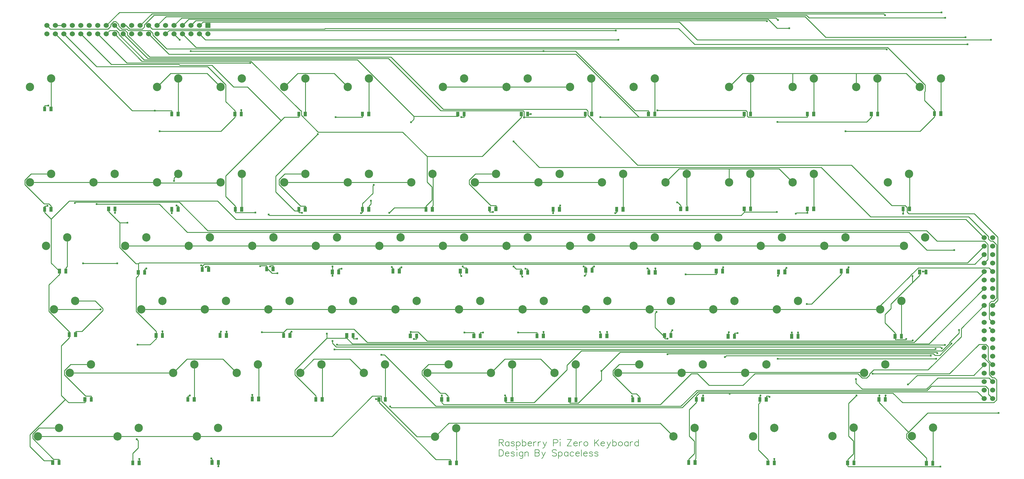
<source format=gtl>
G04 Layer: TopLayer*
G04 EasyEDA v6.3.22, 2020-04-05T15:57:41+08:00*
G04 26a83e50978f4d2e98ee8e0c0de4659f,084ec32517fd449a9a4c349b315ac0e1,10*
G04 Gerber Generator version 0.2*
G04 Scale: 100 percent, Rotated: No, Reflected: No *
G04 Dimensions in inches *
G04 leading zeros omitted , absolute positions ,2 integer and 4 decimal *
%FSLAX24Y24*%
%MOIN*%
G90*
G70D02*

%ADD10C,0.010000*%
%ADD11C,0.008000*%
%ADD12C,0.024000*%
%ADD13C,0.098400*%
%ADD14C,0.060000*%
%ADD15R,0.060000X0.060000*%

%LPD*%
G54D10*
G01X114909Y10101D02*
G01X114104Y10905D01*
G01X81139Y10905D01*
G01X79260Y9026D01*
G01X44938Y9026D01*
G01X44809Y9155D01*
G01X115909Y10101D02*
G01X115409Y10601D01*
G01X115409Y11228D01*
G01X115071Y11565D01*
G01X108675Y11565D01*
G01X108176Y11067D01*
G01X80992Y11067D01*
G01X79113Y9188D01*
G01X50192Y9188D01*
G01X44129Y15251D01*
G01X43772Y15251D01*
G01X71715Y52451D02*
G01X23009Y52451D01*
G01X22309Y53151D01*
G01X90533Y14794D02*
G01X109239Y14794D01*
G01X115711Y52451D02*
G01X81048Y52451D01*
G01X78938Y54561D01*
G01X22719Y54561D01*
G01X22309Y54151D01*
G01X108606Y15167D02*
G01X84454Y15167D01*
G01X84285Y15000D01*
G01X89252Y54648D02*
G01X89177Y54723D01*
G01X21881Y54723D01*
G01X21309Y54151D01*
G01X115909Y12101D02*
G01X115472Y12538D01*
G01X109418Y12538D01*
G01X108109Y11228D01*
G01X100488Y11228D01*
G01X99773Y11942D01*
G01X99773Y12396D01*
G01X19309Y54151D02*
G01X20205Y55046D01*
G01X90335Y55046D01*
G01X90577Y54805D01*
G01X101718Y13032D02*
G01X110813Y13032D01*
G01X114293Y16511D01*
G01X115085Y16511D01*
G01X115352Y16244D01*
G01X115352Y14657D01*
G01X115909Y14101D01*
G01X37992Y16909D02*
G01X37992Y16640D01*
G01X38427Y16205D01*
G01X109735Y16205D01*
G01X109896Y16044D01*
G01X38534Y16450D02*
G01X38564Y16419D01*
G01X110254Y16419D01*
G01X17309Y54151D02*
G01X18365Y55207D01*
G01X93773Y55207D01*
G01X96206Y52776D01*
G01X112684Y52776D01*
G01X16309Y54151D02*
G01X16734Y53726D01*
G01X37052Y53726D01*
G01X37140Y53813D01*
G01X78838Y53813D01*
G01X80717Y51934D01*
G01X112927Y51934D01*
G01X115909Y18101D02*
G01X115563Y18446D01*
G01X15309Y54151D02*
G01X16688Y55530D01*
G01X103050Y55530D01*
G01X103205Y55375D01*
G01X38221Y15913D02*
G01X109118Y15913D01*
G01X109156Y15951D01*
G01X115909Y19101D02*
G01X115497Y19511D01*
G01X115497Y21348D01*
G01X115751Y21601D01*
G01X116002Y21601D01*
G01X116351Y21948D01*
G01X116351Y28278D01*
G01X115939Y28690D01*
G01X115661Y28690D01*
G01X115409Y28942D01*
G01X115409Y29227D01*
G01X113076Y31561D01*
G01X101514Y31561D01*
G01X95667Y37407D01*
G01X62402Y37407D01*
G01X59359Y40451D01*
G01X13309Y54151D02*
G01X13647Y54151D01*
G01X14059Y53740D01*
G01X15563Y53740D01*
G01X15809Y53986D01*
G01X15809Y54232D01*
G01X16944Y55369D01*
G01X93921Y55369D01*
G01X94236Y55053D01*
G01X110289Y55053D01*
G01X12309Y54151D02*
G01X12897Y53561D01*
G01X13556Y53561D01*
G01X13809Y53309D01*
G01X13809Y53038D01*
G01X16418Y50430D01*
G01X44893Y50430D01*
G01X51075Y44248D01*
G01X67930Y44248D01*
G01X68119Y44057D01*
G01X68119Y43548D01*
G01X74010Y37659D01*
G01X99225Y37659D01*
G01X103997Y32886D01*
G01X105555Y32886D01*
G01X105786Y32655D01*
G01X105786Y32144D01*
G01X105989Y31942D01*
G01X113718Y31942D01*
G01X116511Y29148D01*
G01X116511Y21703D01*
G01X115909Y21101D01*
G01X11309Y54151D02*
G01X12863Y55705D01*
G01X109867Y55705D01*
G01X10159Y33048D02*
G01X17559Y33048D01*
G01X20867Y29740D01*
G01X106022Y29740D01*
G01X108117Y27646D01*
G01X111364Y27646D01*
G01X114909Y26101D02*
G01X115340Y26532D01*
G01X115340Y28307D01*
G01X114964Y28684D01*
G01X109347Y28684D01*
G01X108093Y29940D01*
G01X23264Y29940D01*
G01X19919Y33284D01*
G01X7664Y33284D01*
G01X7585Y33205D01*
G01X103409Y51330D02*
G01X103348Y51390D01*
G01X18448Y51390D01*
G01X16809Y53030D01*
G01X16809Y53232D01*
G01X16464Y53579D01*
G01X13911Y53579D01*
G01X13751Y53740D01*
G01X13131Y53740D01*
G01X12752Y54119D01*
G01X12752Y54288D01*
G01X12414Y54627D01*
G01X12193Y54627D01*
G01X11835Y54269D01*
G01X11835Y54055D01*
G01X11502Y53723D01*
G01X4735Y53723D01*
G01X4309Y54151D01*
G01X61034Y43701D02*
G01X61405Y43701D01*
G01X76034Y44086D02*
G01X76047Y44100D01*
G01X76047Y47888D01*
G01X76034Y43701D02*
G01X76034Y44086D01*
G01X109784Y44136D02*
G01X109797Y44150D01*
G01X109797Y47888D01*
G01X109784Y43751D02*
G01X109784Y44136D01*
G01X102334Y43701D02*
G01X102334Y47851D01*
G01X102297Y47888D01*
G01X94784Y44086D02*
G01X94797Y44100D01*
G01X94797Y47888D01*
G01X94784Y43701D02*
G01X94784Y44086D01*
G01X87334Y43701D02*
G01X87334Y47851D01*
G01X87297Y47888D01*
G01X68584Y43701D02*
G01X68584Y47851D01*
G01X68547Y47888D01*
G01X53534Y43701D02*
G01X53534Y43315D01*
G01X53534Y43315D02*
G01X53214Y43315D01*
G01X42284Y44086D02*
G01X42297Y44100D01*
G01X42297Y47888D01*
G01X42284Y43701D02*
G01X42284Y44086D01*
G01X34784Y44086D02*
G01X34797Y44100D01*
G01X34797Y47888D01*
G01X34784Y43701D02*
G01X34784Y44086D01*
G01X27234Y43701D02*
G01X27234Y44161D01*
G01X19784Y43701D02*
G01X19784Y47875D01*
G01X19797Y47888D01*
G01X4784Y44686D02*
G01X4797Y44700D01*
G01X4797Y47888D01*
G01X4784Y44301D02*
G01X4784Y44686D01*
G01X5147Y20638D02*
G01X10623Y20638D01*
G01X13547Y28138D02*
G01X21047Y28138D01*
G01X21047Y28138D02*
G01X28547Y28138D01*
G01X28547Y28138D02*
G01X36047Y28138D01*
G01X36047Y28138D02*
G01X43547Y28138D01*
G01X43547Y28138D02*
G01X51047Y28138D01*
G01X51047Y28138D02*
G01X58547Y28138D01*
G01X58547Y28138D02*
G01X66047Y28138D01*
G01X66047Y28138D02*
G01X73547Y28138D01*
G01X73547Y28138D02*
G01X81047Y28138D01*
G01X81047Y28138D02*
G01X88547Y28138D01*
G01X88547Y28138D02*
G01X96047Y28138D01*
G01X96047Y28138D02*
G01X105447Y28138D01*
G01X3246Y5638D02*
G01X12647Y5638D01*
G01X12647Y5638D02*
G01X21997Y5638D01*
G01X21997Y5638D02*
G01X37961Y5638D01*
G01X42710Y10386D01*
G01X43740Y10386D01*
G01X43769Y10357D01*
G01X43769Y9801D01*
G01X47969Y5601D01*
G01X50109Y5601D01*
G01X78247Y5638D02*
G01X76672Y7211D01*
G01X51719Y7211D01*
G01X50109Y5601D01*
G01X52634Y2501D02*
G01X52634Y6576D01*
G01X52609Y6601D01*
G01X15447Y20638D02*
G01X22947Y20638D01*
G01X22947Y20638D02*
G01X30447Y20638D01*
G01X30447Y20638D02*
G01X37947Y20638D01*
G01X37947Y20638D02*
G01X45447Y20638D01*
G01X45447Y20638D02*
G01X52947Y20638D01*
G01X52947Y20638D02*
G01X60447Y20638D01*
G01X60447Y20638D02*
G01X67947Y20638D01*
G01X67947Y20638D02*
G01X75447Y20638D01*
G01X75447Y20638D02*
G01X82947Y20638D01*
G01X82947Y20638D02*
G01X90447Y20638D01*
G01X102647Y20638D02*
G01X90447Y20638D01*
G01X8571Y26051D02*
G01X12597Y26051D01*
G01X102647Y20638D02*
G01X102647Y21050D01*
G01X106188Y24590D01*
G01X106188Y24646D01*
G01X106322Y24782D01*
G01X106379Y24782D01*
G01X107133Y25536D01*
G01X115473Y25536D01*
G01X115909Y25101D01*
G01X6309Y54151D02*
G01X5309Y54151D01*
G01X99797Y48500D02*
G01X99797Y46888D01*
G01X107297Y46888D02*
G01X105685Y48500D01*
G01X99797Y48500D01*
G01X92297Y48500D02*
G01X92297Y46888D01*
G01X99797Y48500D02*
G01X92297Y48500D01*
G01X92297Y48500D02*
G01X86409Y48500D01*
G01X84797Y46888D01*
G01X51047Y46888D02*
G01X58547Y46888D01*
G01X39797Y46888D02*
G01X38193Y48490D01*
G01X33900Y48490D01*
G01X32297Y46888D01*
G01X2296Y35638D02*
G01X9797Y35638D01*
G01X9797Y35638D02*
G01X17297Y35638D01*
G01X32297Y35638D02*
G01X39797Y35638D01*
G01X39797Y35638D02*
G01X47297Y35638D01*
G01X54797Y35638D02*
G01X62297Y35638D01*
G01X69797Y35638D02*
G01X62297Y35638D01*
G01X84797Y35638D02*
G01X84797Y37246D01*
G01X77297Y35638D02*
G01X78905Y37246D01*
G01X84797Y37246D01*
G01X84797Y37246D02*
G01X90689Y37246D01*
G01X92297Y35638D01*
G01X24797Y46888D02*
G01X23193Y48490D01*
G01X18900Y48490D01*
G01X17297Y46888D01*
G01X58547Y46888D02*
G01X66047Y46888D01*
G01X24797Y35638D02*
G01X24728Y35569D01*
G01X17364Y35569D01*
G01X17297Y35638D01*
G01X12334Y32030D02*
G01X12334Y32501D01*
G01X19797Y36638D02*
G01X19305Y36146D01*
G01X19305Y35801D01*
G01X19784Y32451D02*
G01X19784Y32836D01*
G01X19602Y32907D02*
G01X19673Y32836D01*
G01X19784Y32836D01*
G01X7647Y21638D02*
G01X9986Y21638D01*
G01X10889Y20734D01*
G01X10889Y20486D01*
G01X8439Y18036D01*
G01X7684Y18036D01*
G01X7684Y17651D02*
G01X7684Y18036D01*
G01X9497Y14138D02*
G01X7105Y14138D01*
G01X6365Y13398D01*
G01X6365Y12898D01*
G01X8877Y10386D01*
G01X9534Y10386D01*
G01X9534Y10001D02*
G01X9534Y10386D01*
G01X15834Y25001D02*
G01X15834Y25386D01*
G01X16035Y25465D02*
G01X15956Y25386D01*
G01X15834Y25386D01*
G01X17934Y18015D02*
G01X17934Y17551D01*
G01X23384Y25736D02*
G01X23125Y25736D01*
G01X23027Y25638D01*
G01X23384Y25351D02*
G01X23384Y25736D01*
G01X25484Y18011D02*
G01X25484Y17551D01*
G01X21684Y10386D02*
G01X21697Y10400D01*
G01X21697Y14138D01*
G01X21684Y10001D02*
G01X21684Y10386D01*
G01X42284Y32451D02*
G01X42284Y32836D01*
G01X42521Y33480D02*
G01X42521Y33073D01*
G01X42284Y32836D01*
G01X45884Y25151D02*
G01X45884Y25536D01*
G01X46147Y25605D02*
G01X46077Y25536D01*
G01X45884Y25536D01*
G01X47934Y17501D02*
G01X47934Y17115D01*
G01X47934Y17115D02*
G01X47598Y17115D01*
G01X44234Y10001D02*
G01X44234Y14101D01*
G01X44197Y14138D01*
G01X51884Y2501D02*
G01X51884Y2886D01*
G01X43484Y10001D02*
G01X43484Y9615D01*
G01X45134Y25151D02*
G01X45134Y25536D01*
G01X44981Y25617D02*
G01X45063Y25536D01*
G01X45134Y25536D01*
G01X41534Y32065D02*
G01X41446Y32065D01*
G01X41373Y31992D01*
G01X47223Y17973D02*
G01X47184Y17932D01*
G01X47184Y17501D01*
G01X51884Y2886D02*
G01X50211Y2886D01*
G01X43484Y9615D01*
G01X52784Y43701D02*
G01X52784Y43423D01*
G01X43484Y10001D02*
G01X43467Y10017D01*
G01X43126Y10017D01*
G01X47223Y17973D02*
G01X48085Y17973D01*
G01X49156Y16903D01*
G01X106398Y16903D01*
G01X106468Y16973D01*
G01X41534Y32298D02*
G01X41534Y32065D01*
G01X41534Y32298D02*
G01X41534Y32451D01*
G01X41534Y32451D02*
G01X41534Y33121D01*
G01X42757Y34344D01*
G01X42757Y35205D01*
G01X42872Y35319D01*
G01X47259Y42742D02*
G01X47614Y43096D01*
G01X47614Y43423D01*
G01X52784Y43423D02*
G01X47614Y43423D01*
G01X47614Y43423D02*
G01X40930Y50107D01*
G01X15771Y50107D01*
G01X12782Y53096D01*
G01X12782Y53265D01*
G01X12485Y53561D01*
G01X11719Y53561D01*
G01X11309Y53151D01*
G01X27297Y36638D02*
G01X27297Y32850D01*
G01X27284Y32836D01*
G01X27284Y32451D02*
G01X27284Y32836D01*
G01X30984Y25401D02*
G01X30984Y25786D01*
G01X30622Y25698D02*
G01X30710Y25786D01*
G01X30984Y25786D01*
G01X32984Y17551D02*
G01X32984Y17936D01*
G01X33168Y18013D02*
G01X33093Y17936D01*
G01X32984Y17936D01*
G01X29284Y10051D02*
G01X29284Y14051D01*
G01X29197Y14138D01*
G01X32234Y17551D02*
G01X32234Y17936D01*
G01X29668Y17936D02*
G01X32234Y17936D01*
G01X28534Y10519D02*
G01X28534Y10051D01*
G01X34034Y43701D02*
G01X34034Y43315D01*
G01X26534Y32836D02*
G01X25400Y33971D01*
G01X25400Y36394D01*
G01X31931Y42923D01*
G01X31931Y42923D02*
G01X32321Y43315D01*
G01X34034Y43315D01*
G01X31931Y42923D02*
G01X27972Y46882D01*
G01X26334Y46882D01*
G01X23753Y49463D01*
G01X19984Y49463D01*
G01X19880Y49567D01*
G01X11893Y49567D01*
G01X8309Y53151D01*
G01X30234Y25786D02*
G01X29506Y25786D01*
G01X29460Y25738D01*
G01X26534Y32451D02*
G01X26534Y32836D01*
G01X32234Y17936D02*
G01X32603Y18307D01*
G01X40531Y18307D01*
G01X42096Y16742D01*
G01X106636Y16742D01*
G01X114909Y25013D01*
G01X114909Y25101D01*
G01X30234Y25401D02*
G01X30234Y25594D01*
G01X30234Y25594D02*
G01X30234Y25786D01*
G01X26534Y32451D02*
G01X26534Y32065D01*
G01X30234Y25594D02*
G01X30234Y25544D01*
G01X30868Y24909D01*
G01X31502Y24909D01*
G01X26534Y32065D02*
G01X28897Y32065D01*
G01X34784Y32451D02*
G01X34784Y32836D01*
G01X34797Y36638D02*
G01X32373Y36638D01*
G01X31692Y35955D01*
G01X31692Y35373D01*
G01X34227Y32836D01*
G01X34784Y32836D01*
G01X49784Y32451D02*
G01X49784Y32836D01*
G01X49797Y36638D02*
G01X49877Y36557D01*
G01X49877Y32930D01*
G01X49784Y32836D01*
G01X4797Y36638D02*
G01X2428Y36638D01*
G01X1692Y35902D01*
G01X1692Y35373D01*
G01X3978Y33086D01*
G01X4534Y33086D01*
G01X4784Y32836D01*
G01X4784Y32451D02*
G01X4784Y32836D01*
G01X40434Y17551D02*
G01X40434Y17165D01*
G01X40888Y17165D02*
G01X40434Y17165D01*
G01X55434Y17501D02*
G01X55434Y17886D01*
G01X55434Y17886D02*
G01X55775Y17886D01*
G01X53364Y25688D02*
G01X53514Y25536D01*
G01X53834Y25536D01*
G01X53834Y25151D02*
G01X53834Y25536D01*
G01X57297Y36638D02*
G01X54861Y36638D01*
G01X54135Y35911D01*
G01X54135Y35429D01*
G01X56677Y32886D01*
G01X57284Y32886D01*
G01X57284Y32501D02*
G01X57284Y32886D01*
G01X64784Y32451D02*
G01X64784Y32836D01*
G01X64854Y32907D02*
G01X64784Y32836D01*
G01X61034Y25001D02*
G01X61034Y25386D01*
G01X60754Y25432D02*
G01X60800Y25386D01*
G01X61034Y25386D01*
G01X62884Y17971D02*
G01X62884Y17501D01*
G01X38734Y25051D02*
G01X38734Y25436D01*
G01X38734Y25436D02*
G01X39069Y25436D01*
G01X70384Y17971D02*
G01X70384Y17501D01*
G01X68634Y25251D02*
G01X68634Y25636D01*
G01X68634Y25636D02*
G01X68793Y25636D01*
G01X68871Y25713D01*
G01X72297Y36638D02*
G01X72297Y32850D01*
G01X72284Y32836D01*
G01X72284Y32451D02*
G01X72284Y32836D01*
G01X76084Y25471D02*
G01X76084Y25001D01*
G01X79797Y36638D02*
G01X79797Y32923D01*
G01X79834Y32886D01*
G01X79834Y32501D02*
G01X79834Y32886D01*
G01X84034Y25151D02*
G01X84034Y25536D01*
G01X84034Y25536D02*
G01X84104Y25607D01*
G01X77934Y17551D02*
G01X77934Y18000D01*
G01X78102Y18169D01*
G01X66734Y9951D02*
G01X66734Y14101D01*
G01X66697Y14138D01*
G01X75284Y43701D02*
G01X75284Y44086D01*
G01X67884Y25251D02*
G01X67884Y25636D01*
G01X67884Y25636D02*
G01X67677Y25636D01*
G01X67617Y25698D01*
G01X64034Y32451D02*
G01X64034Y31988D01*
G01X69634Y17501D02*
G01X69634Y17886D01*
G01X69634Y17886D02*
G01X69550Y17971D01*
G01X21268Y51117D02*
G01X62911Y51117D01*
G01X62911Y51117D02*
G01X66676Y51117D01*
G01X73706Y44086D01*
G01X75284Y44086D01*
G01X69746Y13376D02*
G01X69746Y12303D01*
G01X67008Y9565D01*
G01X65984Y9565D01*
G01X65984Y9951D02*
G01X65984Y9565D01*
G01X69746Y13376D02*
G01X71929Y15559D01*
G01X109290Y15559D01*
G01X109371Y15478D01*
G01X67752Y24613D02*
G01X67884Y24746D01*
G01X67884Y25251D01*
G01X74184Y9951D02*
G01X74184Y10336D01*
G01X74197Y14138D02*
G01X71825Y14138D01*
G01X71090Y13403D01*
G01X71090Y12890D01*
G01X73315Y10665D01*
G01X73855Y10665D01*
G01X74184Y10336D01*
G01X75334Y25001D02*
G01X75334Y25386D01*
G01X75165Y25459D02*
G01X75239Y25386D01*
G01X75334Y25386D01*
G01X71534Y32065D02*
G01X71431Y32065D01*
G01X71348Y31982D01*
G01X71534Y32451D02*
G01X71534Y32065D01*
G01X86584Y43701D02*
G01X86584Y43315D01*
G01X77184Y17165D02*
G01X77539Y17165D01*
G01X74175Y43315D02*
G01X74175Y43315D01*
G01X69610Y43315D01*
G01X16309Y53151D02*
G01X18703Y50755D01*
G01X66734Y50755D01*
G01X74175Y43315D01*
G01X74175Y43315D02*
G01X86584Y43315D01*
G01X73326Y10411D02*
G01X73401Y10336D01*
G01X73434Y10336D01*
G01X73434Y9951D02*
G01X73434Y10336D01*
G01X111039Y16594D02*
G01X109660Y15213D01*
G01X109097Y15213D01*
G01X108914Y15398D01*
G01X77614Y15398D01*
G01X77539Y15323D01*
G01X77184Y17551D02*
G01X77184Y17357D01*
G01X77184Y17357D02*
G01X77184Y17165D01*
G01X77184Y17357D02*
G01X76052Y18490D01*
G01X76052Y20161D01*
G01X76222Y20332D01*
G01X81747Y10478D02*
G01X81747Y10451D01*
G01X81684Y10386D01*
G01X81684Y10001D02*
G01X81684Y10386D01*
G01X89184Y10001D02*
G01X89184Y10386D01*
G01X89550Y10313D02*
G01X89477Y10386D01*
G01X89184Y10386D01*
G01X108859Y6651D02*
G01X108859Y2861D01*
G01X108834Y2836D01*
G01X108834Y2451D02*
G01X108834Y2836D01*
G01X99509Y6651D02*
G01X99614Y6544D01*
G01X99614Y2967D01*
G01X99534Y2886D01*
G01X99534Y2501D02*
G01X99534Y2886D01*
G01X90134Y2961D02*
G01X90134Y2501D01*
G01X80747Y6638D02*
G01X80864Y6519D01*
G01X80864Y3017D01*
G01X80784Y2936D01*
G01X80784Y2551D02*
G01X80784Y2936D01*
G01X105147Y21638D02*
G01X105147Y17850D01*
G01X105134Y17836D01*
G01X105134Y17451D02*
G01X105134Y17836D01*
G01X92934Y17913D02*
G01X92934Y17451D01*
G01X85434Y17451D02*
G01X85434Y17836D01*
G01X85786Y17836D02*
G01X85434Y17836D01*
G01X80034Y2936D02*
G01X80702Y3605D01*
G01X80702Y5069D01*
G01X80104Y5669D01*
G01X80104Y8784D01*
G01X80934Y9615D01*
G01X80934Y10001D02*
G01X80934Y9615D01*
G01X80034Y2551D02*
G01X80034Y2936D01*
G01X18309Y53151D02*
G01X18722Y53565D01*
G01X71433Y53565D01*
G01X94034Y43701D02*
G01X94034Y43315D01*
G01X94034Y43315D02*
G01X87077Y43315D01*
G01X86934Y43457D01*
G01X86934Y43963D01*
G01X86771Y44126D01*
G01X76322Y44126D01*
G01X84754Y17919D02*
G01X84684Y17848D01*
G01X84684Y17451D01*
G01X79084Y32501D02*
G01X79084Y32886D01*
G01X78648Y33251D02*
G01X78719Y33251D01*
G01X79084Y32886D01*
G01X83284Y25151D02*
G01X83284Y24765D01*
G01X83284Y24765D02*
G01X79656Y24765D01*
G01X80934Y10001D02*
G01X80934Y10386D01*
G01X84858Y10732D02*
G01X84858Y10673D01*
G01X114909Y15101D02*
G01X114909Y14873D01*
G01X115497Y14284D01*
G01X115497Y12926D01*
G01X115851Y12573D01*
G01X116106Y12573D01*
G01X116361Y12317D01*
G01X116361Y9946D01*
G01X116034Y9617D01*
G01X105259Y9617D01*
G01X104143Y10732D01*
G01X84858Y10732D01*
G01X84858Y10732D02*
G01X81280Y10732D01*
G01X80934Y10386D01*
G01X107659Y25113D02*
G01X107972Y25113D01*
G01X108034Y25051D01*
G01X98784Y25151D02*
G01X98784Y25536D01*
G01X98902Y25607D02*
G01X98831Y25536D01*
G01X98784Y25536D01*
G01X91384Y25051D02*
G01X91384Y25436D01*
G01X91559Y25515D02*
G01X91481Y25436D01*
G01X91384Y25436D01*
G01X106047Y36638D02*
G01X106084Y36601D01*
G01X106084Y32501D01*
G01X107284Y25051D02*
G01X107284Y24665D01*
G01X102484Y10001D02*
G01X102484Y9615D01*
G01X105956Y6142D02*
G01X102484Y9615D01*
G01X108084Y2451D02*
G01X108084Y3073D01*
G01X105735Y5421D01*
G01X105735Y5919D01*
G01X105956Y6142D01*
G01X105956Y6142D02*
G01X108223Y8407D01*
G01X116593Y8407D01*
G01X104384Y17644D02*
G01X104384Y17836D01*
G01X104384Y17644D02*
G01X104384Y17451D01*
G01X104384Y17065D02*
G01X105643Y17065D01*
G01X105713Y17134D01*
G01X104384Y17451D02*
G01X104384Y17065D01*
G01X102484Y10001D02*
G01X102484Y10415D01*
G01X102540Y10471D01*
G01X107284Y24665D02*
G01X106418Y23800D01*
G01X106418Y23800D02*
G01X106418Y24551D01*
G01X105339Y31917D02*
G01X105334Y31923D01*
G01X105334Y32501D01*
G01X106418Y23800D02*
G01X103884Y21265D01*
G01X103884Y20744D01*
G01X103185Y20046D01*
G01X103185Y19034D01*
G01X104384Y17836D01*
G01X20309Y54151D02*
G01X21043Y54884D01*
G01X89404Y54884D01*
G01X90460Y53828D01*
G01X91908Y53828D01*
G01X94797Y36638D02*
G01X94797Y32900D01*
G01X94784Y32886D01*
G01X94784Y32501D02*
G01X94784Y32886D01*
G01X109729Y2065D02*
G01X98834Y2065D01*
G01X98784Y2115D01*
G01X109034Y43751D02*
G01X109034Y44136D01*
G01X98543Y41651D02*
G01X107319Y41651D01*
G01X109034Y43365D01*
G01X109034Y43751D02*
G01X109034Y43365D01*
G01X109034Y44136D02*
G01X107861Y45307D01*
G01X107861Y46323D01*
G01X107933Y46394D01*
G01X107933Y47136D01*
G01X103508Y51561D01*
G01X21897Y51561D01*
G01X20309Y53151D01*
G01X93980Y21269D02*
G01X94539Y21269D01*
G01X98034Y24765D01*
G01X98034Y25151D02*
G01X98034Y24765D01*
G01X94034Y32030D02*
G01X94034Y32501D01*
G01X94034Y32030D02*
G01X92776Y32030D01*
G01X92660Y31915D01*
G01X98784Y2403D02*
G01X98784Y2115D01*
G01X98784Y2403D02*
G01X98784Y2501D01*
G01X98784Y2886D02*
G01X99452Y3555D01*
G01X99452Y5094D01*
G01X98900Y5648D01*
G01X98900Y9519D01*
G01X99847Y10467D01*
G01X98784Y2501D02*
G01X98784Y2886D01*
G01X87334Y32501D02*
G01X87334Y36601D01*
G01X87297Y36638D01*
G01X89384Y2501D02*
G01X89384Y2886D01*
G01X89384Y2886D02*
G01X88250Y4021D01*
G01X88250Y9430D01*
G01X88434Y9615D01*
G01X90634Y25051D02*
G01X90634Y24665D01*
G01X88434Y10001D02*
G01X88434Y9615D01*
G01X92184Y17909D02*
G01X92184Y17451D01*
G01X90634Y24665D02*
G01X90560Y24592D01*
G01X19309Y53151D02*
G01X19309Y53123D01*
G01X19964Y52465D01*
G01X101584Y43315D02*
G01X101027Y42757D01*
G01X90508Y42757D01*
G01X101584Y43701D02*
G01X101584Y43315D01*
G01X86584Y32501D02*
G01X86584Y32115D01*
G01X90434Y32115D02*
G01X86584Y32115D01*
G01X86584Y32115D02*
G01X86215Y31746D01*
G01X30556Y31746D01*
G01X30456Y31846D01*
G01X114909Y14101D02*
G01X113651Y12842D01*
G01X106992Y12842D01*
G01X105914Y11765D01*
G01X88497Y10478D02*
G01X88434Y10417D01*
G01X88434Y10001D01*
G01X36784Y10001D02*
G01X36784Y14051D01*
G01X36697Y14138D01*
G01X41534Y43701D02*
G01X41534Y43315D01*
G01X10309Y53151D02*
G01X13731Y49728D01*
G01X28269Y49728D01*
G01X28282Y49715D01*
G01X38010Y24594D02*
G01X37984Y24621D01*
G01X37984Y25051D01*
G01X37984Y25436D02*
G01X37989Y25440D01*
G01X37989Y25690D01*
G01X37984Y25051D02*
G01X37984Y25436D01*
G01X41534Y43315D02*
G01X38364Y43315D01*
G01X37347Y17236D02*
G01X37347Y17778D01*
G01X36034Y10001D02*
G01X36034Y10430D01*
G01X33571Y12894D01*
G01X33571Y13461D01*
G01X37347Y17236D01*
G01X37347Y17236D02*
G01X39684Y17236D01*
G01X114909Y23101D02*
G01X108389Y16580D01*
G01X40339Y16580D01*
G01X39684Y17236D01*
G01X39684Y17236D02*
G01X39684Y17551D01*
G01X34034Y32451D02*
G01X34034Y32257D01*
G01X34034Y32257D02*
G01X34034Y32065D01*
G01X34034Y32257D02*
G01X33522Y32257D01*
G01X31297Y34482D01*
G01X31297Y36369D01*
G01X36268Y41342D01*
G01X34034Y32065D02*
G01X34361Y32065D01*
G01X34393Y32032D01*
G01X51634Y10001D02*
G01X51634Y10386D01*
G01X51697Y14138D02*
G01X49335Y14138D01*
G01X48554Y13357D01*
G01X48554Y12928D01*
G01X50747Y10734D01*
G01X51285Y10734D01*
G01X51634Y10386D01*
G01X54684Y17501D02*
G01X54684Y17886D01*
G01X50884Y10457D02*
G01X50884Y10001D01*
G01X54684Y17886D02*
G01X53550Y17886D01*
G01X60284Y43701D02*
G01X60284Y43315D01*
G01X50884Y10001D02*
G01X50884Y9615D01*
G01X49034Y32836D02*
G01X49715Y33519D01*
G01X49715Y35107D01*
G01X49150Y35673D01*
G01X49150Y38701D01*
G01X49150Y38701D02*
G01X55669Y38701D01*
G01X60284Y43315D01*
G01X114909Y21101D02*
G01X112183Y18375D01*
G01X112183Y17411D01*
G01X108268Y13498D01*
G01X101858Y13498D01*
G01X101364Y13003D01*
G01X101364Y12853D01*
G01X101042Y12530D01*
G01X100501Y12530D01*
G01X100000Y13032D01*
G01X87826Y13032D01*
G01X86448Y11655D01*
G01X82444Y11655D01*
G01X81068Y13032D01*
G01X80326Y13032D01*
G01X76697Y9403D01*
G01X51094Y9403D01*
G01X50884Y9615D01*
G01X12309Y53151D02*
G01X15514Y49946D01*
G01X28380Y49946D01*
G01X34239Y44086D01*
G01X34290Y44086D01*
G01X34319Y44057D01*
G01X34319Y43555D01*
G01X36302Y41573D01*
G01X46279Y41573D01*
G01X49150Y38701D01*
G01X53211Y24563D02*
G01X53084Y24690D01*
G01X53084Y25151D01*
G01X49034Y32451D02*
G01X49034Y32644D01*
G01X49034Y32644D02*
G01X49034Y32836D01*
G01X49034Y32644D02*
G01X45292Y32644D01*
G01X44693Y32044D01*
G01X59184Y10386D02*
G01X59197Y10400D01*
G01X59197Y14138D01*
G01X59184Y10001D02*
G01X59184Y10386D01*
G01X56534Y32501D02*
G01X56534Y32115D01*
G01X56534Y32115D02*
G01X56919Y32115D01*
G01X62134Y17501D02*
G01X62134Y17886D01*
G01X58364Y10457D02*
G01X58434Y10388D01*
G01X58434Y10001D01*
G01X67834Y43701D02*
G01X67834Y43315D01*
G01X60582Y43315D02*
G01X67834Y43315D01*
G01X60582Y43288D02*
G01X60582Y43315D01*
G01X60582Y43315D02*
G01X60582Y44011D01*
G01X60506Y44086D01*
G01X50780Y44086D01*
G01X44598Y50269D01*
G01X16190Y50269D01*
G01X13309Y53151D01*
G01X58434Y10001D02*
G01X58434Y9615D01*
G01X58434Y9615D02*
G01X61804Y9615D01*
G01X65681Y13492D01*
G01X65681Y14021D01*
G01X67381Y15721D01*
G01X109933Y15721D01*
G01X110809Y16596D01*
G01X110809Y16690D01*
G01X111940Y17823D01*
G01X111942Y17823D01*
G01X111942Y18201D01*
G01X59890Y17886D02*
G01X62134Y17886D01*
G01X60409Y24488D02*
G01X60284Y24613D01*
G01X60284Y25001D01*
G01X59359Y25688D02*
G01X59659Y25386D01*
G01X60284Y25386D01*
G01X60284Y25001D02*
G01X60284Y25386D01*
G01X5747Y6638D02*
G01X3373Y6638D01*
G01X2626Y5892D01*
G01X2626Y5388D01*
G01X5077Y2936D01*
G01X5734Y2936D01*
G01X5734Y2551D02*
G01X5734Y2936D01*
G01X15184Y2969D02*
G01X15184Y2501D01*
G01X19034Y43701D02*
G01X19034Y44086D01*
G01X15084Y25386D02*
G01X15084Y26017D01*
G01X15084Y25194D02*
G01X15084Y25386D01*
G01X15084Y25194D02*
G01X15084Y25001D01*
G01X15084Y24615D02*
G01X14819Y24351D01*
G01X14819Y20394D01*
G01X17184Y18030D01*
G01X17184Y17551D01*
G01X15084Y25001D02*
G01X15084Y24615D01*
G01X14996Y16451D02*
G01X16469Y16451D01*
G01X17184Y17165D01*
G01X17184Y17551D02*
G01X17184Y17165D01*
G01X14434Y2501D02*
G01X14434Y3626D01*
G01X15055Y4248D01*
G01X15055Y5140D01*
G01X14913Y5284D01*
G01X15084Y26017D02*
G01X15202Y26136D01*
G01X112943Y26136D01*
G01X114909Y28101D01*
G01X5309Y53151D02*
G01X14372Y44086D01*
G01X17019Y44086D01*
G01X17019Y44086D02*
G01X19034Y44086D01*
G01X15084Y26017D02*
G01X14797Y26017D01*
G01X12897Y27917D01*
G01X12897Y30851D01*
G01X11584Y32115D02*
G01X11634Y32115D01*
G01X12897Y30851D01*
G01X12897Y30851D02*
G01X13797Y30851D01*
G01X11584Y32501D02*
G01X11584Y32115D01*
G01X24534Y2094D02*
G01X24534Y2551D01*
G01X22634Y25351D02*
G01X22634Y25736D01*
G01X22634Y25736D02*
G01X22552Y25819D01*
G01X22496Y25819D01*
G01X24734Y17551D02*
G01X24734Y17936D01*
G01X24847Y18013D02*
G01X24771Y17936D01*
G01X24734Y17936D01*
G01X23710Y3017D02*
G01X23784Y2942D01*
G01X23784Y2551D01*
G01X20934Y10386D02*
G01X21094Y10386D01*
G01X21173Y10465D01*
G01X20934Y10001D02*
G01X20934Y10386D01*
G01X19034Y31990D02*
G01X19034Y32451D01*
G01X26484Y43701D02*
G01X26484Y44086D01*
G01X26484Y44086D02*
G01X25400Y45171D01*
G01X25400Y47175D01*
G01X23272Y49302D01*
G01X10157Y49302D01*
G01X6309Y53151D01*
G01X22634Y25736D02*
G01X22872Y25973D01*
G01X113783Y25973D01*
G01X114909Y27101D01*
G01X17600Y41651D02*
G01X24819Y41651D01*
G01X26484Y43315D01*
G01X26484Y43701D02*
G01X26484Y43315D01*
G01X71697Y13138D02*
G01X79197Y13138D01*
G01X6997Y13138D02*
G01X19197Y13138D01*
G01X26697Y13138D02*
G01X25065Y14769D01*
G01X20827Y14769D01*
G01X19197Y13138D01*
G01X34197Y13138D02*
G01X35813Y14753D01*
G01X40081Y14753D01*
G01X41697Y13138D01*
G01X56697Y13138D02*
G01X58315Y14757D01*
G01X62577Y14757D01*
G01X64197Y13138D01*
G01X56697Y13138D02*
G01X49197Y13138D01*
G01X86697Y13138D02*
G01X86752Y13194D01*
G01X100690Y13194D01*
G01X100747Y13138D01*
G01X79197Y13138D02*
G01X79252Y13194D01*
G01X86640Y13194D01*
G01X86697Y13138D01*
G01X103234Y10386D02*
G01X103265Y10417D01*
G01X103265Y10465D01*
G01X103234Y10001D02*
G01X103234Y10386D01*
G01X6534Y25536D02*
G01X6697Y25700D01*
G01X6697Y29138D01*
G01X6534Y25151D02*
G01X6534Y25536D01*
G01X4034Y44301D02*
G01X4034Y44686D01*
G01X4034Y32451D02*
G01X4034Y32836D01*
G01X4034Y32836D02*
G01X4336Y32836D01*
G01X4350Y32850D01*
G01X8784Y10001D02*
G01X8784Y9615D01*
G01X6934Y17265D02*
G01X6010Y16340D01*
G01X6010Y10459D01*
G01X6468Y10001D01*
G01X8784Y9615D02*
G01X6855Y9615D01*
G01X6468Y10001D01*
G01X6468Y10001D02*
G01X2301Y5832D01*
G01X2301Y4438D01*
G01X3963Y2776D01*
G01X4759Y2776D01*
G01X4759Y2776D01*
G01X4984Y2551D01*
G01X4034Y44686D02*
G01X4455Y44686D01*
G01X6934Y17457D02*
G01X6934Y17265D01*
G01X6934Y17457D02*
G01X6934Y17651D01*
G01X6934Y18036D02*
G01X6894Y18036D01*
G01X4540Y20390D01*
G01X4540Y23521D01*
G01X5784Y24765D01*
G01X6934Y17651D02*
G01X6934Y18036D01*
G01X5784Y24957D02*
G01X5784Y25128D01*
G01X5784Y25151D02*
G01X5784Y25128D01*
G01X5784Y24957D02*
G01X5784Y24765D01*
G01X4034Y32451D02*
G01X4034Y32065D01*
G01X5784Y25128D02*
G01X4800Y26113D01*
G01X4800Y31298D01*
G01X4800Y31298D02*
G01X4034Y32065D01*
G01X114909Y29101D02*
G01X112735Y31273D01*
G01X26598Y31273D01*
G01X24427Y33444D01*
G01X6946Y33444D01*
G01X4800Y31298D01*
G54D11*
G01X57650Y5257D02*
G01X57650Y4494D01*
G01X57650Y5257D02*
G01X57977Y5257D01*
G01X58085Y5221D01*
G01X58122Y5184D01*
G01X58159Y5111D01*
G01X58159Y5038D01*
G01X58122Y4965D01*
G01X58085Y4930D01*
G01X57977Y4894D01*
G01X57650Y4894D01*
G01X57905Y4894D02*
G01X58159Y4494D01*
G01X58835Y5003D02*
G01X58835Y4494D01*
G01X58835Y4894D02*
G01X58763Y4965D01*
G01X58689Y5003D01*
G01X58581Y5003D01*
G01X58507Y4965D01*
G01X58435Y4894D01*
G01X58398Y4784D01*
G01X58398Y4711D01*
G01X58435Y4603D01*
G01X58507Y4530D01*
G01X58581Y4494D01*
G01X58689Y4494D01*
G01X58763Y4530D01*
G01X58835Y4603D01*
G01X59475Y4894D02*
G01X59439Y4965D01*
G01X59330Y5003D01*
G01X59221Y5003D01*
G01X59111Y4965D01*
G01X59075Y4894D01*
G01X59111Y4821D01*
G01X59185Y4784D01*
G01X59365Y4748D01*
G01X59439Y4711D01*
G01X59475Y4638D01*
G01X59475Y4603D01*
G01X59439Y4530D01*
G01X59330Y4494D01*
G01X59221Y4494D01*
G01X59111Y4530D01*
G01X59075Y4603D01*
G01X59714Y5003D02*
G01X59714Y4238D01*
G01X59714Y4894D02*
G01X59788Y4965D01*
G01X59860Y5003D01*
G01X59969Y5003D01*
G01X60043Y4965D01*
G01X60114Y4894D01*
G01X60152Y4784D01*
G01X60152Y4711D01*
G01X60114Y4603D01*
G01X60043Y4530D01*
G01X59969Y4494D01*
G01X59860Y4494D01*
G01X59788Y4530D01*
G01X59714Y4603D01*
G01X60392Y5257D02*
G01X60392Y4494D01*
G01X60392Y4894D02*
G01X60464Y4965D01*
G01X60536Y5003D01*
G01X60646Y5003D01*
G01X60718Y4965D01*
G01X60792Y4894D01*
G01X60827Y4784D01*
G01X60827Y4711D01*
G01X60792Y4603D01*
G01X60718Y4530D01*
G01X60646Y4494D01*
G01X60536Y4494D01*
G01X60464Y4530D01*
G01X60392Y4603D01*
G01X61068Y4784D02*
G01X61505Y4784D01*
G01X61505Y4857D01*
G01X61468Y4930D01*
G01X61431Y4965D01*
G01X61359Y5003D01*
G01X61250Y5003D01*
G01X61177Y4965D01*
G01X61105Y4894D01*
G01X61068Y4784D01*
G01X61068Y4711D01*
G01X61105Y4603D01*
G01X61177Y4530D01*
G01X61250Y4494D01*
G01X61359Y4494D01*
G01X61431Y4530D01*
G01X61505Y4603D01*
G01X61744Y5003D02*
G01X61744Y4494D01*
G01X61744Y4784D02*
G01X61781Y4894D01*
G01X61854Y4965D01*
G01X61926Y5003D01*
G01X62035Y5003D01*
G01X62275Y5003D02*
G01X62275Y4494D01*
G01X62275Y4784D02*
G01X62311Y4894D01*
G01X62385Y4965D01*
G01X62456Y5003D01*
G01X62565Y5003D01*
G01X62843Y5003D02*
G01X63060Y4494D01*
G01X63279Y5003D02*
G01X63060Y4494D01*
G01X62988Y4348D01*
G01X62914Y4275D01*
G01X62843Y4238D01*
G01X62806Y4238D01*
G01X64079Y5257D02*
G01X64079Y4494D01*
G01X64079Y5257D02*
G01X64406Y5257D01*
G01X64514Y5221D01*
G01X64552Y5184D01*
G01X64588Y5111D01*
G01X64588Y5003D01*
G01X64552Y4930D01*
G01X64514Y4894D01*
G01X64406Y4857D01*
G01X64079Y4857D01*
G01X64827Y5257D02*
G01X64864Y5221D01*
G01X64901Y5257D01*
G01X64864Y5294D01*
G01X64827Y5257D01*
G01X64864Y5003D02*
G01X64864Y4494D01*
G01X66210Y5257D02*
G01X65701Y4494D01*
G01X65701Y5257D02*
G01X66210Y5257D01*
G01X65701Y4494D02*
G01X66210Y4494D01*
G01X66450Y4784D02*
G01X66885Y4784D01*
G01X66885Y4857D01*
G01X66850Y4930D01*
G01X66814Y4965D01*
G01X66740Y5003D01*
G01X66631Y5003D01*
G01X66559Y4965D01*
G01X66485Y4894D01*
G01X66450Y4784D01*
G01X66450Y4711D01*
G01X66485Y4603D01*
G01X66559Y4530D01*
G01X66631Y4494D01*
G01X66740Y4494D01*
G01X66814Y4530D01*
G01X66885Y4603D01*
G01X67126Y5003D02*
G01X67126Y4494D01*
G01X67126Y4784D02*
G01X67163Y4894D01*
G01X67235Y4965D01*
G01X67308Y5003D01*
G01X67417Y5003D01*
G01X67839Y5003D02*
G01X67765Y4965D01*
G01X67693Y4894D01*
G01X67656Y4784D01*
G01X67656Y4711D01*
G01X67693Y4603D01*
G01X67765Y4530D01*
G01X67839Y4494D01*
G01X67947Y4494D01*
G01X68021Y4530D01*
G01X68093Y4603D01*
G01X68130Y4711D01*
G01X68130Y4784D01*
G01X68093Y4894D01*
G01X68021Y4965D01*
G01X67947Y5003D01*
G01X67839Y5003D01*
G01X68930Y5257D02*
G01X68930Y4494D01*
G01X69439Y5257D02*
G01X68930Y4748D01*
G01X69111Y4930D02*
G01X69439Y4494D01*
G01X69679Y4784D02*
G01X70114Y4784D01*
G01X70114Y4857D01*
G01X70079Y4930D01*
G01X70043Y4965D01*
G01X69969Y5003D01*
G01X69860Y5003D01*
G01X69788Y4965D01*
G01X69714Y4894D01*
G01X69679Y4784D01*
G01X69679Y4711D01*
G01X69714Y4603D01*
G01X69788Y4530D01*
G01X69860Y4494D01*
G01X69969Y4494D01*
G01X70043Y4530D01*
G01X70114Y4603D01*
G01X70392Y5003D02*
G01X70610Y4494D01*
G01X70827Y5003D02*
G01X70610Y4494D01*
G01X70536Y4348D01*
G01X70464Y4275D01*
G01X70392Y4238D01*
G01X70355Y4238D01*
G01X71068Y5257D02*
G01X71068Y4494D01*
G01X71068Y4894D02*
G01X71140Y4965D01*
G01X71214Y5003D01*
G01X71322Y5003D01*
G01X71394Y4965D01*
G01X71468Y4894D01*
G01X71505Y4784D01*
G01X71505Y4711D01*
G01X71468Y4603D01*
G01X71394Y4530D01*
G01X71322Y4494D01*
G01X71214Y4494D01*
G01X71140Y4530D01*
G01X71068Y4603D01*
G01X71926Y5003D02*
G01X71854Y4965D01*
G01X71781Y4894D01*
G01X71744Y4784D01*
G01X71744Y4711D01*
G01X71781Y4603D01*
G01X71854Y4530D01*
G01X71926Y4494D01*
G01X72035Y4494D01*
G01X72108Y4530D01*
G01X72181Y4603D01*
G01X72217Y4711D01*
G01X72217Y4784D01*
G01X72181Y4894D01*
G01X72108Y4965D01*
G01X72035Y5003D01*
G01X71926Y5003D01*
G01X72893Y5003D02*
G01X72893Y4494D01*
G01X72893Y4894D02*
G01X72821Y4965D01*
G01X72747Y5003D01*
G01X72639Y5003D01*
G01X72565Y4965D01*
G01X72493Y4894D01*
G01X72456Y4784D01*
G01X72456Y4711D01*
G01X72493Y4603D01*
G01X72565Y4530D01*
G01X72639Y4494D01*
G01X72747Y4494D01*
G01X72821Y4530D01*
G01X72893Y4603D01*
G01X73134Y5003D02*
G01X73134Y4494D01*
G01X73134Y4784D02*
G01X73169Y4894D01*
G01X73243Y4965D01*
G01X73314Y5003D01*
G01X73425Y5003D01*
G01X74101Y5257D02*
G01X74101Y4494D01*
G01X74101Y4894D02*
G01X74027Y4965D01*
G01X73955Y5003D01*
G01X73846Y5003D01*
G01X73773Y4965D01*
G01X73701Y4894D01*
G01X73664Y4784D01*
G01X73664Y4711D01*
G01X73701Y4603D01*
G01X73773Y4530D01*
G01X73846Y4494D01*
G01X73955Y4494D01*
G01X74027Y4530D01*
G01X74101Y4603D01*
G01X57650Y4057D02*
G01X57650Y3294D01*
G01X57650Y4057D02*
G01X57905Y4057D01*
G01X58014Y4021D01*
G01X58085Y3948D01*
G01X58122Y3875D01*
G01X58159Y3765D01*
G01X58159Y3584D01*
G01X58122Y3475D01*
G01X58085Y3403D01*
G01X58014Y3330D01*
G01X57905Y3294D01*
G01X57650Y3294D01*
G01X58398Y3584D02*
G01X58835Y3584D01*
G01X58835Y3657D01*
G01X58798Y3730D01*
G01X58763Y3765D01*
G01X58689Y3803D01*
G01X58581Y3803D01*
G01X58507Y3765D01*
G01X58435Y3694D01*
G01X58398Y3584D01*
G01X58398Y3511D01*
G01X58435Y3403D01*
G01X58507Y3330D01*
G01X58581Y3294D01*
G01X58689Y3294D01*
G01X58763Y3330D01*
G01X58835Y3403D01*
G01X59475Y3694D02*
G01X59439Y3765D01*
G01X59330Y3803D01*
G01X59221Y3803D01*
G01X59111Y3765D01*
G01X59075Y3694D01*
G01X59111Y3621D01*
G01X59185Y3584D01*
G01X59365Y3548D01*
G01X59439Y3511D01*
G01X59475Y3438D01*
G01X59475Y3403D01*
G01X59439Y3330D01*
G01X59330Y3294D01*
G01X59221Y3294D01*
G01X59111Y3330D01*
G01X59075Y3403D01*
G01X59714Y4057D02*
G01X59752Y4021D01*
G01X59788Y4057D01*
G01X59752Y4094D01*
G01X59714Y4057D01*
G01X59752Y3803D02*
G01X59752Y3294D01*
G01X60464Y3803D02*
G01X60464Y3221D01*
G01X60427Y3111D01*
G01X60392Y3075D01*
G01X60318Y3038D01*
G01X60210Y3038D01*
G01X60136Y3075D01*
G01X60464Y3694D02*
G01X60392Y3765D01*
G01X60318Y3803D01*
G01X60210Y3803D01*
G01X60136Y3765D01*
G01X60064Y3694D01*
G01X60027Y3584D01*
G01X60027Y3511D01*
G01X60064Y3403D01*
G01X60136Y3330D01*
G01X60210Y3294D01*
G01X60318Y3294D01*
G01X60392Y3330D01*
G01X60464Y3403D01*
G01X60705Y3803D02*
G01X60705Y3294D01*
G01X60705Y3657D02*
G01X60814Y3765D01*
G01X60885Y3803D01*
G01X60994Y3803D01*
G01X61068Y3765D01*
G01X61105Y3657D01*
G01X61105Y3294D01*
G01X61905Y4057D02*
G01X61905Y3294D01*
G01X61905Y4057D02*
G01X62231Y4057D01*
G01X62340Y4021D01*
G01X62377Y3984D01*
G01X62414Y3911D01*
G01X62414Y3838D01*
G01X62377Y3765D01*
G01X62340Y3730D01*
G01X62231Y3694D01*
G01X61905Y3694D02*
G01X62231Y3694D01*
G01X62340Y3657D01*
G01X62377Y3621D01*
G01X62414Y3548D01*
G01X62414Y3438D01*
G01X62377Y3365D01*
G01X62340Y3330D01*
G01X62231Y3294D01*
G01X61905Y3294D01*
G01X62689Y3803D02*
G01X62907Y3294D01*
G01X63126Y3803D02*
G01X62907Y3294D01*
G01X62835Y3148D01*
G01X62763Y3075D01*
G01X62689Y3038D01*
G01X62654Y3038D01*
G01X64435Y3948D02*
G01X64363Y4021D01*
G01X64254Y4057D01*
G01X64107Y4057D01*
G01X63998Y4021D01*
G01X63926Y3948D01*
G01X63926Y3875D01*
G01X63963Y3803D01*
G01X63998Y3765D01*
G01X64072Y3730D01*
G01X64289Y3657D01*
G01X64363Y3621D01*
G01X64398Y3584D01*
G01X64435Y3511D01*
G01X64435Y3403D01*
G01X64363Y3330D01*
G01X64254Y3294D01*
G01X64107Y3294D01*
G01X63998Y3330D01*
G01X63926Y3403D01*
G01X64675Y3803D02*
G01X64675Y3038D01*
G01X64675Y3694D02*
G01X64747Y3765D01*
G01X64821Y3803D01*
G01X64930Y3803D01*
G01X65002Y3765D01*
G01X65075Y3694D01*
G01X65111Y3584D01*
G01X65111Y3511D01*
G01X65075Y3403D01*
G01X65002Y3330D01*
G01X64930Y3294D01*
G01X64821Y3294D01*
G01X64747Y3330D01*
G01X64675Y3403D01*
G01X65788Y3803D02*
G01X65788Y3294D01*
G01X65788Y3694D02*
G01X65714Y3765D01*
G01X65643Y3803D01*
G01X65534Y3803D01*
G01X65460Y3765D01*
G01X65388Y3694D01*
G01X65352Y3584D01*
G01X65352Y3511D01*
G01X65388Y3403D01*
G01X65460Y3330D01*
G01X65534Y3294D01*
G01X65643Y3294D01*
G01X65714Y3330D01*
G01X65788Y3403D01*
G01X66464Y3694D02*
G01X66392Y3765D01*
G01X66318Y3803D01*
G01X66210Y3803D01*
G01X66136Y3765D01*
G01X66064Y3694D01*
G01X66027Y3584D01*
G01X66027Y3511D01*
G01X66064Y3403D01*
G01X66136Y3330D01*
G01X66210Y3294D01*
G01X66318Y3294D01*
G01X66392Y3330D01*
G01X66464Y3403D01*
G01X66705Y3584D02*
G01X67140Y3584D01*
G01X67140Y3657D01*
G01X67105Y3730D01*
G01X67068Y3765D01*
G01X66994Y3803D01*
G01X66885Y3803D01*
G01X66814Y3765D01*
G01X66740Y3694D01*
G01X66705Y3584D01*
G01X66705Y3511D01*
G01X66740Y3403D01*
G01X66814Y3330D01*
G01X66885Y3294D01*
G01X66994Y3294D01*
G01X67068Y3330D01*
G01X67140Y3403D01*
G01X67381Y4057D02*
G01X67381Y3294D01*
G01X67621Y3584D02*
G01X68056Y3584D01*
G01X68056Y3657D01*
G01X68021Y3730D01*
G01X67985Y3765D01*
G01X67911Y3803D01*
G01X67802Y3803D01*
G01X67730Y3765D01*
G01X67656Y3694D01*
G01X67621Y3584D01*
G01X67621Y3511D01*
G01X67656Y3403D01*
G01X67730Y3330D01*
G01X67802Y3294D01*
G01X67911Y3294D01*
G01X67985Y3330D01*
G01X68056Y3403D01*
G01X68697Y3694D02*
G01X68660Y3765D01*
G01X68552Y3803D01*
G01X68443Y3803D01*
G01X68334Y3765D01*
G01X68297Y3694D01*
G01X68334Y3621D01*
G01X68406Y3584D01*
G01X68588Y3548D01*
G01X68660Y3511D01*
G01X68697Y3438D01*
G01X68697Y3403D01*
G01X68660Y3330D01*
G01X68552Y3294D01*
G01X68443Y3294D01*
G01X68334Y3330D01*
G01X68297Y3403D01*
G01X69336Y3694D02*
G01X69301Y3765D01*
G01X69192Y3803D01*
G01X69083Y3803D01*
G01X68973Y3765D01*
G01X68936Y3694D01*
G01X68973Y3621D01*
G01X69046Y3584D01*
G01X69227Y3548D01*
G01X69301Y3511D01*
G01X69336Y3438D01*
G01X69336Y3403D01*
G01X69301Y3330D01*
G01X69192Y3294D01*
G01X69083Y3294D01*
G01X68973Y3330D01*
G01X68936Y3403D01*
G36*
G01X5609Y25426D02*
G01X5959Y25426D01*
G01X5959Y24876D01*
G01X5609Y24876D01*
G01X5609Y25426D01*
G37*
G36*
G01X6359Y25426D02*
G01X6709Y25426D01*
G01X6709Y24876D01*
G01X6359Y24876D01*
G01X6359Y25426D01*
G37*
G36*
G01X23609Y2826D02*
G01X23959Y2826D01*
G01X23959Y2276D01*
G01X23609Y2276D01*
G01X23609Y2826D01*
G37*
G36*
G01X24359Y2826D02*
G01X24709Y2826D01*
G01X24709Y2276D01*
G01X24359Y2276D01*
G01X24359Y2826D01*
G37*
G36*
G01X14259Y2776D02*
G01X14609Y2776D01*
G01X14609Y2226D01*
G01X14259Y2226D01*
G01X14259Y2776D01*
G37*
G36*
G01X15009Y2776D02*
G01X15359Y2776D01*
G01X15359Y2226D01*
G01X15009Y2226D01*
G01X15009Y2776D01*
G37*
G36*
G01X4809Y2826D02*
G01X5159Y2826D01*
G01X5159Y2276D01*
G01X4809Y2276D01*
G01X4809Y2826D01*
G37*
G36*
G01X5559Y2826D02*
G01X5909Y2826D01*
G01X5909Y2276D01*
G01X5559Y2276D01*
G01X5559Y2826D01*
G37*
G36*
G01X58259Y10276D02*
G01X58609Y10276D01*
G01X58609Y9726D01*
G01X58259Y9726D01*
G01X58259Y10276D01*
G37*
G36*
G01X59009Y10276D02*
G01X59359Y10276D01*
G01X59359Y9726D01*
G01X59009Y9726D01*
G01X59009Y10276D01*
G37*
G36*
G01X50709Y10276D02*
G01X51059Y10276D01*
G01X51059Y9726D01*
G01X50709Y9726D01*
G01X50709Y10276D01*
G37*
G36*
G01X51459Y10276D02*
G01X51809Y10276D01*
G01X51809Y9726D01*
G01X51459Y9726D01*
G01X51459Y10276D01*
G37*
G36*
G01X35859Y10276D02*
G01X36209Y10276D01*
G01X36209Y9726D01*
G01X35859Y9726D01*
G01X35859Y10276D01*
G37*
G36*
G01X36609Y10276D02*
G01X36959Y10276D01*
G01X36959Y9726D01*
G01X36609Y9726D01*
G01X36609Y10276D01*
G37*
G36*
G01X86409Y32776D02*
G01X86759Y32776D01*
G01X86759Y32226D01*
G01X86409Y32226D01*
G01X86409Y32776D01*
G37*
G36*
G01X87159Y32776D02*
G01X87509Y32776D01*
G01X87509Y32226D01*
G01X87159Y32226D01*
G01X87159Y32776D01*
G37*
G36*
G01X93859Y32776D02*
G01X94209Y32776D01*
G01X94209Y32226D01*
G01X93859Y32226D01*
G01X93859Y32776D01*
G37*
G36*
G01X94609Y32776D02*
G01X94959Y32776D01*
G01X94959Y32226D01*
G01X94609Y32226D01*
G01X94609Y32776D01*
G37*
G36*
G01X105159Y32776D02*
G01X105509Y32776D01*
G01X105509Y32226D01*
G01X105159Y32226D01*
G01X105159Y32776D01*
G37*
G36*
G01X105909Y32776D02*
G01X106259Y32776D01*
G01X106259Y32226D01*
G01X105909Y32226D01*
G01X105909Y32776D01*
G37*
G36*
G01X90459Y25326D02*
G01X90809Y25326D01*
G01X90809Y24776D01*
G01X90459Y24776D01*
G01X90459Y25326D01*
G37*
G36*
G01X91209Y25326D02*
G01X91559Y25326D01*
G01X91559Y24776D01*
G01X91209Y24776D01*
G01X91209Y25326D01*
G37*
G36*
G01X97859Y25426D02*
G01X98209Y25426D01*
G01X98209Y24876D01*
G01X97859Y24876D01*
G01X97859Y25426D01*
G37*
G36*
G01X98609Y25426D02*
G01X98959Y25426D01*
G01X98959Y24876D01*
G01X98609Y24876D01*
G01X98609Y25426D01*
G37*
G36*
G01X107109Y25326D02*
G01X107459Y25326D01*
G01X107459Y24776D01*
G01X107109Y24776D01*
G01X107109Y25326D01*
G37*
G36*
G01X107859Y25326D02*
G01X108209Y25326D01*
G01X108209Y24776D01*
G01X107859Y24776D01*
G01X107859Y25326D01*
G37*
G36*
G01X84509Y17726D02*
G01X84859Y17726D01*
G01X84859Y17176D01*
G01X84509Y17176D01*
G01X84509Y17726D01*
G37*
G36*
G01X85259Y17726D02*
G01X85609Y17726D01*
G01X85609Y17176D01*
G01X85259Y17176D01*
G01X85259Y17726D01*
G37*
G36*
G01X92009Y17726D02*
G01X92359Y17726D01*
G01X92359Y17176D01*
G01X92009Y17176D01*
G01X92009Y17726D01*
G37*
G36*
G01X92759Y17726D02*
G01X93109Y17726D01*
G01X93109Y17176D01*
G01X92759Y17176D01*
G01X92759Y17726D01*
G37*
G36*
G01X104209Y17726D02*
G01X104559Y17726D01*
G01X104559Y17176D01*
G01X104209Y17176D01*
G01X104209Y17726D01*
G37*
G36*
G01X104959Y17726D02*
G01X105309Y17726D01*
G01X105309Y17176D01*
G01X104959Y17176D01*
G01X104959Y17726D01*
G37*
G36*
G01X79859Y2826D02*
G01X80209Y2826D01*
G01X80209Y2276D01*
G01X79859Y2276D01*
G01X79859Y2826D01*
G37*
G36*
G01X80609Y2826D02*
G01X80959Y2826D01*
G01X80959Y2276D01*
G01X80609Y2276D01*
G01X80609Y2826D01*
G37*
G36*
G01X89209Y2776D02*
G01X89559Y2776D01*
G01X89559Y2226D01*
G01X89209Y2226D01*
G01X89209Y2776D01*
G37*
G36*
G01X89959Y2776D02*
G01X90309Y2776D01*
G01X90309Y2226D01*
G01X89959Y2226D01*
G01X89959Y2776D01*
G37*
G36*
G01X98609Y2776D02*
G01X98959Y2776D01*
G01X98959Y2226D01*
G01X98609Y2226D01*
G01X98609Y2776D01*
G37*
G36*
G01X99359Y2776D02*
G01X99709Y2776D01*
G01X99709Y2226D01*
G01X99359Y2226D01*
G01X99359Y2776D01*
G37*
G36*
G01X107909Y2726D02*
G01X108259Y2726D01*
G01X108259Y2176D01*
G01X107909Y2176D01*
G01X107909Y2726D01*
G37*
G36*
G01X108659Y2726D02*
G01X109009Y2726D01*
G01X109009Y2176D01*
G01X108659Y2176D01*
G01X108659Y2726D01*
G37*
G36*
G01X102309Y10276D02*
G01X102659Y10276D01*
G01X102659Y9726D01*
G01X102309Y9726D01*
G01X102309Y10276D01*
G37*
G36*
G01X103059Y10276D02*
G01X103409Y10276D01*
G01X103409Y9726D01*
G01X103059Y9726D01*
G01X103059Y10276D01*
G37*
G36*
G01X88259Y10276D02*
G01X88609Y10276D01*
G01X88609Y9726D01*
G01X88259Y9726D01*
G01X88259Y10276D01*
G37*
G36*
G01X89009Y10276D02*
G01X89359Y10276D01*
G01X89359Y9726D01*
G01X89009Y9726D01*
G01X89009Y10276D01*
G37*
G36*
G01X80759Y10276D02*
G01X81109Y10276D01*
G01X81109Y9726D01*
G01X80759Y9726D01*
G01X80759Y10276D01*
G37*
G36*
G01X81509Y10276D02*
G01X81859Y10276D01*
G01X81859Y9726D01*
G01X81509Y9726D01*
G01X81509Y10276D01*
G37*
G36*
G01X73259Y10226D02*
G01X73609Y10226D01*
G01X73609Y9676D01*
G01X73259Y9676D01*
G01X73259Y10226D01*
G37*
G36*
G01X74009Y10226D02*
G01X74359Y10226D01*
G01X74359Y9676D01*
G01X74009Y9676D01*
G01X74009Y10226D01*
G37*
G36*
G01X65809Y10226D02*
G01X66159Y10226D01*
G01X66159Y9676D01*
G01X65809Y9676D01*
G01X65809Y10226D01*
G37*
G36*
G01X66559Y10226D02*
G01X66909Y10226D01*
G01X66909Y9676D01*
G01X66559Y9676D01*
G01X66559Y10226D01*
G37*
G36*
G01X77009Y17826D02*
G01X77359Y17826D01*
G01X77359Y17276D01*
G01X77009Y17276D01*
G01X77009Y17826D01*
G37*
G36*
G01X77759Y17826D02*
G01X78109Y17826D01*
G01X78109Y17276D01*
G01X77759Y17276D01*
G01X77759Y17826D01*
G37*
G36*
G01X83109Y25426D02*
G01X83459Y25426D01*
G01X83459Y24876D01*
G01X83109Y24876D01*
G01X83109Y25426D01*
G37*
G36*
G01X83859Y25426D02*
G01X84209Y25426D01*
G01X84209Y24876D01*
G01X83859Y24876D01*
G01X83859Y25426D01*
G37*
G36*
G01X78909Y32776D02*
G01X79259Y32776D01*
G01X79259Y32226D01*
G01X78909Y32226D01*
G01X78909Y32776D01*
G37*
G36*
G01X79659Y32776D02*
G01X80009Y32776D01*
G01X80009Y32226D01*
G01X79659Y32226D01*
G01X79659Y32776D01*
G37*
G36*
G01X75159Y25276D02*
G01X75509Y25276D01*
G01X75509Y24726D01*
G01X75159Y24726D01*
G01X75159Y25276D01*
G37*
G36*
G01X75909Y25276D02*
G01X76259Y25276D01*
G01X76259Y24726D01*
G01X75909Y24726D01*
G01X75909Y25276D01*
G37*
G36*
G01X71359Y32726D02*
G01X71709Y32726D01*
G01X71709Y32176D01*
G01X71359Y32176D01*
G01X71359Y32726D01*
G37*
G36*
G01X72109Y32726D02*
G01X72459Y32726D01*
G01X72459Y32176D01*
G01X72109Y32176D01*
G01X72109Y32726D01*
G37*
G36*
G01X67709Y25526D02*
G01X68059Y25526D01*
G01X68059Y24976D01*
G01X67709Y24976D01*
G01X67709Y25526D01*
G37*
G36*
G01X68459Y25526D02*
G01X68809Y25526D01*
G01X68809Y24976D01*
G01X68459Y24976D01*
G01X68459Y25526D01*
G37*
G36*
G01X69459Y17776D02*
G01X69809Y17776D01*
G01X69809Y17226D01*
G01X69459Y17226D01*
G01X69459Y17776D01*
G37*
G36*
G01X70209Y17776D02*
G01X70559Y17776D01*
G01X70559Y17226D01*
G01X70209Y17226D01*
G01X70209Y17776D01*
G37*
G36*
G01X37809Y25326D02*
G01X38159Y25326D01*
G01X38159Y24776D01*
G01X37809Y24776D01*
G01X37809Y25326D01*
G37*
G36*
G01X38559Y25326D02*
G01X38909Y25326D01*
G01X38909Y24776D01*
G01X38559Y24776D01*
G01X38559Y25326D01*
G37*
G36*
G01X61959Y17776D02*
G01X62309Y17776D01*
G01X62309Y17226D01*
G01X61959Y17226D01*
G01X61959Y17776D01*
G37*
G36*
G01X62709Y17776D02*
G01X63059Y17776D01*
G01X63059Y17226D01*
G01X62709Y17226D01*
G01X62709Y17776D01*
G37*
G36*
G01X60109Y25276D02*
G01X60459Y25276D01*
G01X60459Y24726D01*
G01X60109Y24726D01*
G01X60109Y25276D01*
G37*
G36*
G01X60859Y25276D02*
G01X61209Y25276D01*
G01X61209Y24726D01*
G01X60859Y24726D01*
G01X60859Y25276D01*
G37*
G36*
G01X63859Y32726D02*
G01X64209Y32726D01*
G01X64209Y32176D01*
G01X63859Y32176D01*
G01X63859Y32726D01*
G37*
G36*
G01X64609Y32726D02*
G01X64959Y32726D01*
G01X64959Y32176D01*
G01X64609Y32176D01*
G01X64609Y32726D01*
G37*
G36*
G01X56359Y32776D02*
G01X56709Y32776D01*
G01X56709Y32226D01*
G01X56359Y32226D01*
G01X56359Y32776D01*
G37*
G36*
G01X57109Y32776D02*
G01X57459Y32776D01*
G01X57459Y32226D01*
G01X57109Y32226D01*
G01X57109Y32776D01*
G37*
G36*
G01X52909Y25426D02*
G01X53259Y25426D01*
G01X53259Y24876D01*
G01X52909Y24876D01*
G01X52909Y25426D01*
G37*
G36*
G01X53659Y25426D02*
G01X54009Y25426D01*
G01X54009Y24876D01*
G01X53659Y24876D01*
G01X53659Y25426D01*
G37*
G36*
G01X54509Y17776D02*
G01X54859Y17776D01*
G01X54859Y17226D01*
G01X54509Y17226D01*
G01X54509Y17776D01*
G37*
G36*
G01X55259Y17776D02*
G01X55609Y17776D01*
G01X55609Y17226D01*
G01X55259Y17226D01*
G01X55259Y17776D01*
G37*
G36*
G01X39509Y17826D02*
G01X39859Y17826D01*
G01X39859Y17276D01*
G01X39509Y17276D01*
G01X39509Y17826D01*
G37*
G36*
G01X40259Y17826D02*
G01X40609Y17826D01*
G01X40609Y17276D01*
G01X40259Y17276D01*
G01X40259Y17826D01*
G37*
G36*
G01X3859Y32726D02*
G01X4209Y32726D01*
G01X4209Y32176D01*
G01X3859Y32176D01*
G01X3859Y32726D01*
G37*
G36*
G01X4609Y32726D02*
G01X4959Y32726D01*
G01X4959Y32176D01*
G01X4609Y32176D01*
G01X4609Y32726D01*
G37*
G36*
G01X48859Y32726D02*
G01X49209Y32726D01*
G01X49209Y32176D01*
G01X48859Y32176D01*
G01X48859Y32726D01*
G37*
G36*
G01X49609Y32726D02*
G01X49959Y32726D01*
G01X49959Y32176D01*
G01X49609Y32176D01*
G01X49609Y32726D01*
G37*
G36*
G01X33859Y32726D02*
G01X34209Y32726D01*
G01X34209Y32176D01*
G01X33859Y32176D01*
G01X33859Y32726D01*
G37*
G36*
G01X34609Y32726D02*
G01X34959Y32726D01*
G01X34959Y32176D01*
G01X34609Y32176D01*
G01X34609Y32726D01*
G37*
G36*
G01X28359Y10326D02*
G01X28709Y10326D01*
G01X28709Y9776D01*
G01X28359Y9776D01*
G01X28359Y10326D01*
G37*
G36*
G01X29109Y10326D02*
G01X29459Y10326D01*
G01X29459Y9776D01*
G01X29109Y9776D01*
G01X29109Y10326D01*
G37*
G36*
G01X32059Y17826D02*
G01X32409Y17826D01*
G01X32409Y17276D01*
G01X32059Y17276D01*
G01X32059Y17826D01*
G37*
G36*
G01X32809Y17826D02*
G01X33159Y17826D01*
G01X33159Y17276D01*
G01X32809Y17276D01*
G01X32809Y17826D01*
G37*
G36*
G01X30059Y25676D02*
G01X30409Y25676D01*
G01X30409Y25126D01*
G01X30059Y25126D01*
G01X30059Y25676D01*
G37*
G36*
G01X30809Y25676D02*
G01X31159Y25676D01*
G01X31159Y25126D01*
G01X30809Y25126D01*
G01X30809Y25676D01*
G37*
G36*
G01X26359Y32726D02*
G01X26709Y32726D01*
G01X26709Y32176D01*
G01X26359Y32176D01*
G01X26359Y32726D01*
G37*
G36*
G01X27109Y32726D02*
G01X27459Y32726D01*
G01X27459Y32176D01*
G01X27109Y32176D01*
G01X27109Y32726D01*
G37*
G36*
G01X43309Y10276D02*
G01X43659Y10276D01*
G01X43659Y9726D01*
G01X43309Y9726D01*
G01X43309Y10276D01*
G37*
G36*
G01X44059Y10276D02*
G01X44409Y10276D01*
G01X44409Y9726D01*
G01X44059Y9726D01*
G01X44059Y10276D01*
G37*
G36*
G01X47009Y17776D02*
G01X47359Y17776D01*
G01X47359Y17226D01*
G01X47009Y17226D01*
G01X47009Y17776D01*
G37*
G36*
G01X47759Y17776D02*
G01X48109Y17776D01*
G01X48109Y17226D01*
G01X47759Y17226D01*
G01X47759Y17776D01*
G37*
G36*
G01X44959Y25426D02*
G01X45309Y25426D01*
G01X45309Y24876D01*
G01X44959Y24876D01*
G01X44959Y25426D01*
G37*
G36*
G01X45709Y25426D02*
G01X46059Y25426D01*
G01X46059Y24876D01*
G01X45709Y24876D01*
G01X45709Y25426D01*
G37*
G36*
G01X41359Y32726D02*
G01X41709Y32726D01*
G01X41709Y32176D01*
G01X41359Y32176D01*
G01X41359Y32726D01*
G37*
G36*
G01X42109Y32726D02*
G01X42459Y32726D01*
G01X42459Y32176D01*
G01X42109Y32176D01*
G01X42109Y32726D01*
G37*
G36*
G01X20759Y10276D02*
G01X21109Y10276D01*
G01X21109Y9726D01*
G01X20759Y9726D01*
G01X20759Y10276D01*
G37*
G36*
G01X21509Y10276D02*
G01X21859Y10276D01*
G01X21859Y9726D01*
G01X21509Y9726D01*
G01X21509Y10276D01*
G37*
G36*
G01X24559Y17826D02*
G01X24909Y17826D01*
G01X24909Y17276D01*
G01X24559Y17276D01*
G01X24559Y17826D01*
G37*
G36*
G01X25309Y17826D02*
G01X25659Y17826D01*
G01X25659Y17276D01*
G01X25309Y17276D01*
G01X25309Y17826D01*
G37*
G36*
G01X22459Y25626D02*
G01X22809Y25626D01*
G01X22809Y25076D01*
G01X22459Y25076D01*
G01X22459Y25626D01*
G37*
G36*
G01X23209Y25626D02*
G01X23559Y25626D01*
G01X23559Y25076D01*
G01X23209Y25076D01*
G01X23209Y25626D01*
G37*
G36*
G01X17009Y17826D02*
G01X17359Y17826D01*
G01X17359Y17276D01*
G01X17009Y17276D01*
G01X17009Y17826D01*
G37*
G36*
G01X17759Y17826D02*
G01X18109Y17826D01*
G01X18109Y17276D01*
G01X17759Y17276D01*
G01X17759Y17826D01*
G37*
G36*
G01X14909Y25276D02*
G01X15259Y25276D01*
G01X15259Y24726D01*
G01X14909Y24726D01*
G01X14909Y25276D01*
G37*
G36*
G01X15659Y25276D02*
G01X16009Y25276D01*
G01X16009Y24726D01*
G01X15659Y24726D01*
G01X15659Y25276D01*
G37*
G36*
G01X8609Y10276D02*
G01X8959Y10276D01*
G01X8959Y9726D01*
G01X8609Y9726D01*
G01X8609Y10276D01*
G37*
G36*
G01X9359Y10276D02*
G01X9709Y10276D01*
G01X9709Y9726D01*
G01X9359Y9726D01*
G01X9359Y10276D01*
G37*
G36*
G01X6759Y17926D02*
G01X7109Y17926D01*
G01X7109Y17376D01*
G01X6759Y17376D01*
G01X6759Y17926D01*
G37*
G36*
G01X7509Y17926D02*
G01X7859Y17926D01*
G01X7859Y17376D01*
G01X7509Y17376D01*
G01X7509Y17926D01*
G37*
G36*
G01X18859Y32726D02*
G01X19209Y32726D01*
G01X19209Y32176D01*
G01X18859Y32176D01*
G01X18859Y32726D01*
G37*
G36*
G01X19609Y32726D02*
G01X19959Y32726D01*
G01X19959Y32176D01*
G01X19609Y32176D01*
G01X19609Y32726D01*
G37*
G36*
G01X11409Y32776D02*
G01X11759Y32776D01*
G01X11759Y32226D01*
G01X11409Y32226D01*
G01X11409Y32776D01*
G37*
G36*
G01X12159Y32776D02*
G01X12509Y32776D01*
G01X12509Y32226D01*
G01X12159Y32226D01*
G01X12159Y32776D01*
G37*
G36*
G01X51709Y2776D02*
G01X52059Y2776D01*
G01X52059Y2226D01*
G01X51709Y2226D01*
G01X51709Y2776D01*
G37*
G36*
G01X52459Y2776D02*
G01X52809Y2776D01*
G01X52809Y2226D01*
G01X52459Y2226D01*
G01X52459Y2776D01*
G37*
G36*
G01X18859Y43976D02*
G01X19209Y43976D01*
G01X19209Y43426D01*
G01X18859Y43426D01*
G01X18859Y43976D01*
G37*
G36*
G01X19609Y43976D02*
G01X19959Y43976D01*
G01X19959Y43426D01*
G01X19609Y43426D01*
G01X19609Y43976D01*
G37*
G36*
G01X26309Y43976D02*
G01X26659Y43976D01*
G01X26659Y43426D01*
G01X26309Y43426D01*
G01X26309Y43976D01*
G37*
G36*
G01X27059Y43976D02*
G01X27409Y43976D01*
G01X27409Y43426D01*
G01X27059Y43426D01*
G01X27059Y43976D01*
G37*
G36*
G01X52609Y43976D02*
G01X52959Y43976D01*
G01X52959Y43426D01*
G01X52609Y43426D01*
G01X52609Y43976D01*
G37*
G36*
G01X53359Y43976D02*
G01X53709Y43976D01*
G01X53709Y43426D01*
G01X53359Y43426D01*
G01X53359Y43976D01*
G37*
G36*
G01X33859Y43976D02*
G01X34209Y43976D01*
G01X34209Y43426D01*
G01X33859Y43426D01*
G01X33859Y43976D01*
G37*
G36*
G01X34609Y43976D02*
G01X34959Y43976D01*
G01X34959Y43426D01*
G01X34609Y43426D01*
G01X34609Y43976D01*
G37*
G36*
G01X41359Y43976D02*
G01X41709Y43976D01*
G01X41709Y43426D01*
G01X41359Y43426D01*
G01X41359Y43976D01*
G37*
G36*
G01X42109Y43976D02*
G01X42459Y43976D01*
G01X42459Y43426D01*
G01X42109Y43426D01*
G01X42109Y43976D01*
G37*
G36*
G01X60109Y43976D02*
G01X60459Y43976D01*
G01X60459Y43426D01*
G01X60109Y43426D01*
G01X60109Y43976D01*
G37*
G36*
G01X60859Y43976D02*
G01X61209Y43976D01*
G01X61209Y43426D01*
G01X60859Y43426D01*
G01X60859Y43976D01*
G37*
G36*
G01X3859Y44576D02*
G01X4209Y44576D01*
G01X4209Y44026D01*
G01X3859Y44026D01*
G01X3859Y44576D01*
G37*
G36*
G01X4609Y44576D02*
G01X4959Y44576D01*
G01X4959Y44026D01*
G01X4609Y44026D01*
G01X4609Y44576D01*
G37*
G36*
G01X67659Y43976D02*
G01X68009Y43976D01*
G01X68009Y43426D01*
G01X67659Y43426D01*
G01X67659Y43976D01*
G37*
G36*
G01X68409Y43976D02*
G01X68759Y43976D01*
G01X68759Y43426D01*
G01X68409Y43426D01*
G01X68409Y43976D01*
G37*
G36*
G01X75109Y43976D02*
G01X75459Y43976D01*
G01X75459Y43426D01*
G01X75109Y43426D01*
G01X75109Y43976D01*
G37*
G36*
G01X75859Y43976D02*
G01X76209Y43976D01*
G01X76209Y43426D01*
G01X75859Y43426D01*
G01X75859Y43976D01*
G37*
G36*
G01X86409Y43976D02*
G01X86759Y43976D01*
G01X86759Y43426D01*
G01X86409Y43426D01*
G01X86409Y43976D01*
G37*
G36*
G01X87159Y43976D02*
G01X87509Y43976D01*
G01X87509Y43426D01*
G01X87159Y43426D01*
G01X87159Y43976D01*
G37*
G36*
G01X93859Y43976D02*
G01X94209Y43976D01*
G01X94209Y43426D01*
G01X93859Y43426D01*
G01X93859Y43976D01*
G37*
G36*
G01X94609Y43976D02*
G01X94959Y43976D01*
G01X94959Y43426D01*
G01X94609Y43426D01*
G01X94609Y43976D01*
G37*
G36*
G01X108859Y44026D02*
G01X109209Y44026D01*
G01X109209Y43476D01*
G01X108859Y43476D01*
G01X108859Y44026D01*
G37*
G36*
G01X109609Y44026D02*
G01X109959Y44026D01*
G01X109959Y43476D01*
G01X109609Y43476D01*
G01X109609Y44026D01*
G37*
G36*
G01X101409Y43976D02*
G01X101759Y43976D01*
G01X101759Y43426D01*
G01X101409Y43426D01*
G01X101409Y43976D01*
G37*
G36*
G01X102159Y43976D02*
G01X102509Y43976D01*
G01X102509Y43426D01*
G01X102159Y43426D01*
G01X102159Y43976D01*
G37*
G54D13*
G01X103246Y14138D03*
G01X100746Y13138D03*
G01X29196Y14138D03*
G01X26696Y13138D03*
G01X49796Y36638D03*
G01X47296Y35638D03*
G01X64796Y36638D03*
G01X62296Y35638D03*
G01X105146Y21638D03*
G01X102646Y20638D03*
G01X9496Y14138D03*
G01X6996Y13138D03*
G01X52609Y6601D03*
G01X50109Y5601D03*
G01X108859Y6651D03*
G01X106359Y5651D03*
G01X90146Y6638D03*
G01X87646Y5638D03*
G01X80746Y6638D03*
G01X78246Y5638D03*
G01X24496Y6638D03*
G01X21996Y5638D03*
G01X15146Y6638D03*
G01X12646Y5638D03*
G01X5746Y6638D03*
G01X3246Y5638D03*
G01X89196Y14138D03*
G01X86696Y13138D03*
G01X81696Y14138D03*
G01X79196Y13138D03*
G01X74196Y14138D03*
G01X71696Y13138D03*
G01X66696Y14138D03*
G01X64196Y13138D03*
G01X59196Y14138D03*
G01X56696Y13138D03*
G01X51696Y14138D03*
G01X49196Y13138D03*
G01X44196Y14138D03*
G01X41696Y13138D03*
G01X36696Y14138D03*
G01X34196Y13138D03*
G01X21696Y14138D03*
G01X19196Y13138D03*
G01X92946Y21638D03*
G01X90446Y20638D03*
G01X85446Y21638D03*
G01X82946Y20638D03*
G01X77946Y21638D03*
G01X75446Y20638D03*
G01X70446Y21638D03*
G01X67946Y20638D03*
G01X62946Y21638D03*
G01X60446Y20638D03*
G01X55446Y21638D03*
G01X52946Y20638D03*
G01X47946Y21638D03*
G01X45446Y20638D03*
G01X40446Y21638D03*
G01X37946Y20638D03*
G01X32946Y21638D03*
G01X30446Y20638D03*
G01X25446Y21638D03*
G01X22946Y20638D03*
G01X17946Y21638D03*
G01X15446Y20638D03*
G01X6696Y29138D03*
G01X4196Y28138D03*
G01X107946Y29138D03*
G01X105446Y28138D03*
G01X98546Y29138D03*
G01X96046Y28138D03*
G01X91046Y29138D03*
G01X88546Y28138D03*
G01X83546Y29138D03*
G01X81046Y28138D03*
G01X76046Y29138D03*
G01X73546Y28138D03*
G01X68546Y29138D03*
G01X66046Y28138D03*
G01X61046Y29138D03*
G01X58546Y28138D03*
G01X53546Y29138D03*
G01X51046Y28138D03*
G01X46046Y29138D03*
G01X43546Y28138D03*
G01X38546Y29138D03*
G01X36046Y28138D03*
G01X31046Y29138D03*
G01X28546Y28138D03*
G01X23546Y29138D03*
G01X21046Y28138D03*
G01X16046Y29138D03*
G01X13546Y28138D03*
G01X7646Y21638D03*
G01X5146Y20638D03*
G01X106046Y36638D03*
G01X103546Y35638D03*
G01X94796Y36638D03*
G01X92296Y35638D03*
G01X87296Y36638D03*
G01X84796Y35638D03*
G01X79796Y36638D03*
G01X77296Y35638D03*
G01X72296Y36638D03*
G01X69796Y35638D03*
G01X57296Y36638D03*
G01X54796Y35638D03*
G01X42296Y36638D03*
G01X39796Y35638D03*
G01X34796Y36638D03*
G01X32296Y35638D03*
G01X27296Y36638D03*
G01X24796Y35638D03*
G01X19796Y36638D03*
G01X17296Y35638D03*
G01X12296Y36638D03*
G01X9796Y35638D03*
G01X4796Y36638D03*
G01X2296Y35638D03*
G01X4796Y47888D03*
G01X2296Y46888D03*
G01X19796Y47888D03*
G01X17296Y46888D03*
G01X27296Y47888D03*
G01X24796Y46888D03*
G01X34796Y47888D03*
G01X32296Y46888D03*
G01X42296Y47888D03*
G01X39796Y46888D03*
G01X53546Y47888D03*
G01X51046Y46888D03*
G01X68546Y47888D03*
G01X66046Y46888D03*
G01X87296Y47888D03*
G01X84796Y46888D03*
G01X94796Y47888D03*
G01X92296Y46888D03*
G01X102296Y47888D03*
G01X99796Y46888D03*
G01X109796Y47888D03*
G01X107296Y46888D03*
G01X76046Y47888D03*
G01X73546Y46888D03*
G01X61046Y47888D03*
G01X58546Y46888D03*
G54D14*
G01X4309Y54151D03*
G01X4309Y53151D03*
G01X5309Y54151D03*
G01X5309Y53151D03*
G01X6309Y54151D03*
G01X6309Y53151D03*
G01X7309Y54151D03*
G01X7309Y53151D03*
G01X8309Y54151D03*
G01X8309Y53151D03*
G01X9309Y54151D03*
G01X9309Y53151D03*
G01X10309Y54151D03*
G01X10309Y53151D03*
G01X11309Y54151D03*
G01X11309Y53151D03*
G01X12309Y54151D03*
G01X12309Y53151D03*
G01X13309Y54151D03*
G01X13309Y53151D03*
G01X14309Y54151D03*
G01X14309Y53151D03*
G01X15309Y54151D03*
G01X15309Y53151D03*
G01X16309Y54151D03*
G01X16309Y53151D03*
G01X17309Y54151D03*
G01X17309Y53151D03*
G01X18309Y54151D03*
G01X18309Y53151D03*
G01X19309Y54151D03*
G01X19309Y53151D03*
G01X20309Y54151D03*
G01X20309Y53151D03*
G01X21309Y54151D03*
G01X21309Y53151D03*
G01X22309Y54151D03*
G01X22309Y53151D03*
G54D15*
G01X23309Y54151D03*
G54D14*
G01X23309Y53151D03*
G01X115909Y10101D03*
G01X114909Y10101D03*
G01X115909Y11101D03*
G01X114909Y11101D03*
G01X115909Y12101D03*
G01X114909Y12101D03*
G01X115909Y13101D03*
G01X114909Y13101D03*
G01X115909Y14101D03*
G01X114909Y14101D03*
G01X115909Y15101D03*
G01X114909Y15101D03*
G01X115909Y16101D03*
G01X114909Y16101D03*
G01X115909Y17101D03*
G01X114909Y17101D03*
G01X115909Y18101D03*
G01X114909Y18101D03*
G01X115909Y19101D03*
G01X114909Y19101D03*
G01X115909Y20101D03*
G01X114909Y20101D03*
G01X115909Y21101D03*
G01X114909Y21101D03*
G01X115909Y22101D03*
G01X114909Y22101D03*
G01X115909Y23101D03*
G01X114909Y23101D03*
G01X115909Y24101D03*
G01X114909Y24101D03*
G01X115909Y25101D03*
G01X114909Y25101D03*
G01X115909Y26101D03*
G01X114909Y26101D03*
G01X115909Y27101D03*
G01X114909Y27101D03*
G01X115909Y28101D03*
G01X114909Y28101D03*
G01X115909Y29101D03*
G01X114909Y29101D03*
G54D13*
G01X99509Y6651D03*
G01X97009Y5651D03*
G54D12*
G01X44809Y9155D03*
G01X43772Y15251D03*
G01X109239Y14794D03*
G01X90533Y14794D03*
G01X71716Y52451D03*
G01X115712Y52451D03*
G01X108606Y15167D03*
G01X84286Y15000D03*
G01X99774Y12396D03*
G01X89253Y54648D03*
G01X90578Y54805D03*
G01X101719Y13032D03*
G01X109896Y16044D03*
G01X37992Y16909D03*
G01X38534Y16450D03*
G01X110254Y16419D03*
G01X112684Y52776D03*
G01X112927Y51934D03*
G01X115563Y18446D03*
G01X103205Y55375D03*
G01X109157Y15951D03*
G01X38221Y15913D03*
G01X59359Y40451D03*
G01X110289Y55053D03*
G01X109867Y55705D03*
G01X111364Y27646D03*
G01X10159Y33048D03*
G01X7585Y33205D03*
G01X103409Y51330D03*
G01X61405Y43701D03*
G01X53214Y43315D03*
G01X27234Y44161D03*
G01X10624Y20638D03*
G01X8571Y26051D03*
G01X12598Y26051D03*
G01X12334Y32030D03*
G01X19305Y35801D03*
G01X19602Y32907D03*
G01X16036Y25465D03*
G01X17934Y18015D03*
G01X23028Y25638D03*
G01X25484Y18011D03*
G01X42521Y33480D03*
G01X46147Y25605D03*
G01X47599Y17115D03*
G01X41374Y31992D03*
G01X44982Y25617D03*
G01X47224Y17973D03*
G01X106469Y16973D03*
G01X43126Y10017D03*
G01X42872Y35319D03*
G01X47259Y42742D03*
G01X30622Y25698D03*
G01X33169Y18013D03*
G01X29460Y25738D03*
G01X29669Y17936D03*
G01X28534Y10519D03*
G01X31503Y24909D03*
G01X28897Y32065D03*
G01X40888Y17165D03*
G01X55775Y17886D03*
G01X53364Y25688D03*
G01X64854Y32907D03*
G01X60754Y25432D03*
G01X62884Y17971D03*
G01X39070Y25436D03*
G01X70384Y17971D03*
G01X68871Y25713D03*
G01X76084Y25471D03*
G01X84104Y25607D03*
G01X78103Y18169D03*
G01X64034Y31988D03*
G01X67617Y25698D03*
G01X69550Y17971D03*
G01X69746Y13376D03*
G01X21269Y51117D03*
G01X62912Y51117D03*
G01X109371Y15478D03*
G01X67752Y24613D03*
G01X71349Y31982D03*
G01X75166Y25459D03*
G01X77540Y17165D03*
G01X69611Y43315D03*
G01X73326Y10411D03*
G01X111040Y16594D03*
G01X77540Y15323D03*
G01X76223Y20332D03*
G01X81748Y10478D03*
G01X89550Y10313D03*
G01X90134Y2961D03*
G01X92934Y17913D03*
G01X85787Y17836D03*
G01X71433Y53565D03*
G01X76322Y44126D03*
G01X84754Y17919D03*
G01X78649Y33251D03*
G01X79656Y24765D03*
G01X84858Y10673D03*
G01X107659Y25113D03*
G01X98902Y25607D03*
G01X91559Y25515D03*
G01X116594Y8407D03*
G01X105713Y17134D03*
G01X102541Y10471D03*
G01X106419Y24551D03*
G01X105340Y31917D03*
G01X91908Y53828D03*
G01X109729Y2065D03*
G01X94034Y32030D03*
G01X98544Y41651D03*
G01X93980Y21269D03*
G01X92660Y31915D03*
G01X99848Y10467D03*
G01X90561Y24592D03*
G01X92184Y17909D03*
G01X19965Y52465D03*
G01X30456Y31846D03*
G01X90508Y42757D03*
G01X90434Y32115D03*
G01X105914Y11765D03*
G01X88497Y10478D03*
G01X38364Y43315D03*
G01X37347Y17778D03*
G01X38011Y24594D03*
G01X28283Y49715D03*
G01X37989Y25690D03*
G01X34394Y32032D03*
G01X36269Y41342D03*
G01X53550Y17886D03*
G01X50884Y10457D03*
G01X53212Y24563D03*
G01X44693Y32044D03*
G01X56920Y32115D03*
G01X59891Y17886D03*
G01X58365Y10457D03*
G01X60583Y43288D03*
G01X111942Y18201D03*
G01X60409Y24488D03*
G01X59359Y25688D03*
G01X15184Y2969D03*
G01X14913Y5284D03*
G01X14996Y16451D03*
G01X13797Y30851D03*
G01X17020Y44086D03*
G01X24534Y2094D03*
G01X22496Y25819D03*
G01X24848Y18013D03*
G01X21174Y10465D03*
G01X23710Y3017D03*
G01X19034Y31990D03*
G01X17600Y41651D03*
G01X103266Y10465D03*
G01X4455Y44686D03*
G01X4350Y32850D03*
M00*
M02*

</source>
